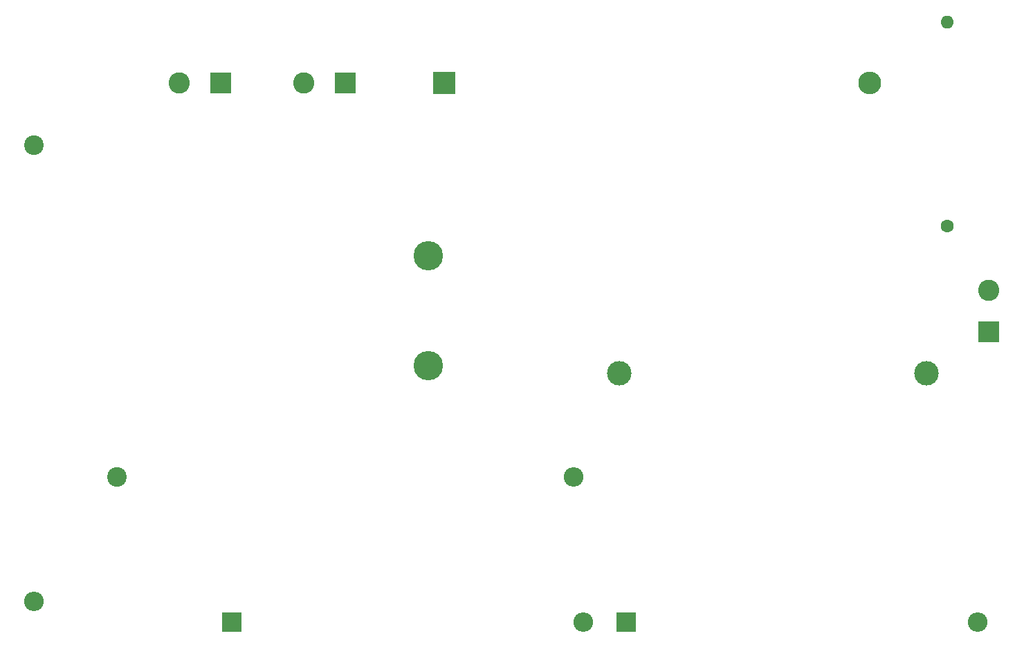
<source format=gbr>
%TF.GenerationSoftware,KiCad,Pcbnew,6.0.2+dfsg-1*%
%TF.CreationDate,2022-10-05T13:12:57-04:00*%
%TF.ProjectId,overnight-sensations,6f766572-6e69-4676-9874-2d73656e7361,rev?*%
%TF.SameCoordinates,Original*%
%TF.FileFunction,Soldermask,Top*%
%TF.FilePolarity,Negative*%
%FSLAX46Y46*%
G04 Gerber Fmt 4.6, Leading zero omitted, Abs format (unit mm)*
G04 Created by KiCad (PCBNEW 6.0.2+dfsg-1) date 2022-10-05 13:12:57*
%MOMM*%
%LPD*%
G01*
G04 APERTURE LIST*
%ADD10R,2.400000X2.400000*%
%ADD11O,2.400000X2.400000*%
%ADD12R,2.600000X2.600000*%
%ADD13C,2.600000*%
%ADD14R,2.800000X2.800000*%
%ADD15O,2.800000X2.800000*%
%ADD16C,2.400000*%
%ADD17C,1.600000*%
%ADD18O,1.600000X1.600000*%
%ADD19C,3.600000*%
%ADD20C,3.000000*%
G04 APERTURE END LIST*
D10*
%TO.C,C2*%
X207100000Y-124460000D03*
D11*
X250100000Y-124460000D03*
%TD*%
D12*
%TO.C,Input1*%
X251460000Y-88900000D03*
D13*
X251460000Y-83820000D03*
%TD*%
D12*
%TO.C,Tweeter1*%
X157480000Y-58420000D03*
D13*
X152400000Y-58420000D03*
%TD*%
D14*
%TO.C,C4*%
X184820000Y-58420000D03*
D15*
X236820000Y-58420000D03*
%TD*%
D16*
%TO.C,R1*%
X144780000Y-106680000D03*
D11*
X200660000Y-106680000D03*
%TD*%
D12*
%TO.C,Woofer1*%
X172720000Y-58420000D03*
D13*
X167640000Y-58420000D03*
%TD*%
D10*
%TO.C,C3*%
X158840000Y-124460000D03*
D11*
X201840000Y-124460000D03*
%TD*%
D17*
%TO.C,C1*%
X246380000Y-76000000D03*
D18*
X246380000Y-51000000D03*
%TD*%
D19*
%TO.C,L1*%
X182880000Y-93105000D03*
X182880000Y-79605000D03*
%TD*%
D20*
%TO.C,L2*%
X243840000Y-93980000D03*
X206240000Y-93980000D03*
%TD*%
D16*
%TO.C,R2*%
X134620000Y-66040000D03*
D11*
X134620000Y-121920000D03*
%TD*%
M02*

</source>
